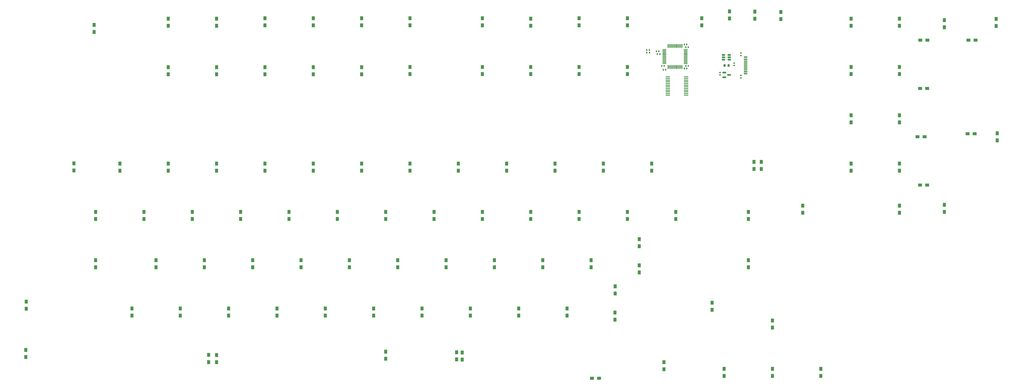
<source format=gbp>
G04 #@! TF.GenerationSoftware,KiCad,Pcbnew,9.0.0*
G04 #@! TF.CreationDate,2025-04-22T01:26:23+02:00*
G04 #@! TF.ProjectId,takt11800,74616b74-3131-4383-9030-2e6b69636164,1.0.0*
G04 #@! TF.SameCoordinates,Original*
G04 #@! TF.FileFunction,Paste,Bot*
G04 #@! TF.FilePolarity,Positive*
%FSLAX46Y46*%
G04 Gerber Fmt 4.6, Leading zero omitted, Abs format (unit mm)*
G04 Created by KiCad (PCBNEW 9.0.0) date 2025-04-22 01:26:23*
%MOMM*%
%LPD*%
G01*
G04 APERTURE LIST*
G04 Aperture macros list*
%AMRoundRect*
0 Rectangle with rounded corners*
0 $1 Rounding radius*
0 $2 $3 $4 $5 $6 $7 $8 $9 X,Y pos of 4 corners*
0 Add a 4 corners polygon primitive as box body*
4,1,4,$2,$3,$4,$5,$6,$7,$8,$9,$2,$3,0*
0 Add four circle primitives for the rounded corners*
1,1,$1+$1,$2,$3*
1,1,$1+$1,$4,$5*
1,1,$1+$1,$6,$7*
1,1,$1+$1,$8,$9*
0 Add four rect primitives between the rounded corners*
20,1,$1+$1,$2,$3,$4,$5,0*
20,1,$1+$1,$4,$5,$6,$7,0*
20,1,$1+$1,$6,$7,$8,$9,0*
20,1,$1+$1,$8,$9,$2,$3,0*%
G04 Aperture macros list end*
%ADD10R,1.200000X1.600000*%
%ADD11R,1.600000X1.200000*%
%ADD12RoundRect,0.135000X-0.185000X0.135000X-0.185000X-0.135000X0.185000X-0.135000X0.185000X0.135000X0*%
%ADD13RoundRect,0.140000X-0.140000X-0.170000X0.140000X-0.170000X0.140000X0.170000X-0.140000X0.170000X0*%
%ADD14RoundRect,0.140000X-0.170000X0.140000X-0.170000X-0.140000X0.170000X-0.140000X0.170000X0.140000X0*%
%ADD15RoundRect,0.135000X0.185000X-0.135000X0.185000X0.135000X-0.185000X0.135000X-0.185000X-0.135000X0*%
%ADD16RoundRect,0.150000X0.512500X0.150000X-0.512500X0.150000X-0.512500X-0.150000X0.512500X-0.150000X0*%
%ADD17RoundRect,0.075000X0.662500X0.075000X-0.662500X0.075000X-0.662500X-0.075000X0.662500X-0.075000X0*%
%ADD18RoundRect,0.075000X0.075000X0.662500X-0.075000X0.662500X-0.075000X-0.662500X0.075000X-0.662500X0*%
%ADD19R,1.450000X0.600000*%
%ADD20R,1.450000X0.300000*%
%ADD21RoundRect,0.140000X0.140000X0.170000X-0.140000X0.170000X-0.140000X-0.170000X0.140000X-0.170000X0*%
%ADD22RoundRect,0.150000X0.587500X0.150000X-0.587500X0.150000X-0.587500X-0.150000X0.587500X-0.150000X0*%
%ADD23RoundRect,0.135000X-0.135000X-0.185000X0.135000X-0.185000X0.135000X0.185000X-0.135000X0.185000X0*%
%ADD24R,1.750000X0.450000*%
%ADD25RoundRect,0.218750X0.218750X0.256250X-0.218750X0.256250X-0.218750X-0.256250X0.218750X-0.256250X0*%
%ADD26RoundRect,0.140000X0.170000X-0.140000X0.170000X0.140000X-0.170000X0.140000X-0.170000X-0.140000X0*%
G04 APERTURE END LIST*
D10*
X47050000Y-85320000D03*
X47050000Y-82520000D03*
X76197500Y-82832500D03*
X76197500Y-80032500D03*
X95247500Y-82832500D03*
X95247500Y-80032500D03*
X114297500Y-82713750D03*
X114297500Y-79913750D03*
X133347500Y-82713750D03*
X133347500Y-79913750D03*
X152397500Y-82713750D03*
X152397500Y-79913750D03*
X171447500Y-82713750D03*
X171447500Y-79913750D03*
X76197500Y-102001250D03*
X76197500Y-99201250D03*
X95247500Y-102001250D03*
X95247500Y-99201250D03*
X114297500Y-102001250D03*
X114297500Y-99201250D03*
X133347500Y-102001250D03*
X133347500Y-99201250D03*
X152397500Y-102001250D03*
X152397500Y-99201250D03*
X171447500Y-101882500D03*
X171447500Y-99082500D03*
X57147500Y-139982500D03*
X57147500Y-137182500D03*
X114297500Y-139982500D03*
X114297500Y-137182500D03*
X133347500Y-139982500D03*
X133347500Y-137182500D03*
X152397500Y-139982500D03*
X152397500Y-137182500D03*
X171447500Y-139982500D03*
X171447500Y-137182500D03*
X190497500Y-139982500D03*
X190497500Y-137182500D03*
X209547500Y-139982500D03*
X209547500Y-137182500D03*
X228597500Y-139982500D03*
X228597500Y-137182500D03*
X247647500Y-139982500D03*
X247647500Y-137182500D03*
X47622500Y-159032500D03*
X47622500Y-156232500D03*
X66672500Y-159032500D03*
X66672500Y-156232500D03*
X85722500Y-159032500D03*
X85722500Y-156232500D03*
X104772500Y-159032500D03*
X104772500Y-156232500D03*
X123822500Y-159032500D03*
X123822500Y-156232500D03*
X142872500Y-159032500D03*
X142872500Y-156232500D03*
X161922500Y-159032500D03*
X161922500Y-156232500D03*
X180972500Y-159032500D03*
X180972500Y-156232500D03*
X200022500Y-159032500D03*
X200022500Y-156232500D03*
X219072500Y-159032500D03*
X219072500Y-156232500D03*
X238122500Y-159032500D03*
X238122500Y-156232500D03*
X257172500Y-159032500D03*
X257172500Y-156232500D03*
X276222500Y-159032500D03*
X276222500Y-156232500D03*
X304797500Y-159032500D03*
X304797500Y-156232500D03*
X47622500Y-178082500D03*
X47622500Y-175282500D03*
X71435000Y-178082500D03*
X71435000Y-175282500D03*
X90485000Y-178082500D03*
X90485000Y-175282500D03*
X109535000Y-178082500D03*
X109535000Y-175282500D03*
X128585000Y-178082500D03*
X128585000Y-175282500D03*
X147635000Y-178082500D03*
X147635000Y-175282500D03*
X166685000Y-178082500D03*
X166685000Y-175282500D03*
X185735000Y-178082500D03*
X185735000Y-175282500D03*
X204785000Y-178082500D03*
X204785000Y-175282500D03*
X223835000Y-178082500D03*
X223835000Y-175282500D03*
X242885000Y-178082500D03*
X242885000Y-175282500D03*
X261833400Y-180155600D03*
X261833400Y-177355600D03*
X290510000Y-194870000D03*
X290510000Y-192070000D03*
X20300000Y-194440000D03*
X20300000Y-191640000D03*
X61910000Y-197132500D03*
X61910000Y-194332500D03*
X80960000Y-197132500D03*
X80960000Y-194332500D03*
X100010000Y-197132500D03*
X100010000Y-194332500D03*
X119060000Y-197132500D03*
X119060000Y-194332500D03*
X138110000Y-197132500D03*
X138110000Y-194332500D03*
X157160000Y-197132500D03*
X157160000Y-194332500D03*
X176210000Y-197132500D03*
X176210000Y-194332500D03*
X195260000Y-197132500D03*
X195260000Y-194332500D03*
X233360000Y-197132500D03*
X233360000Y-194332500D03*
X252333800Y-188421400D03*
X252333800Y-185621400D03*
X266697500Y-139982500D03*
X266697500Y-137182500D03*
X309880000Y-139350000D03*
X309880000Y-136550000D03*
X252232200Y-198781600D03*
X252232200Y-195981600D03*
X39090000Y-139970000D03*
X39090000Y-137170000D03*
X345278750Y-82832500D03*
X345278750Y-80032500D03*
X364328750Y-82832500D03*
X364328750Y-80032500D03*
X382040000Y-83460000D03*
X382040000Y-80660000D03*
X402428750Y-82951250D03*
X402428750Y-80151250D03*
D11*
X391503750Y-88576250D03*
X394303750Y-88576250D03*
X391156400Y-125488800D03*
X393956400Y-125488800D03*
D10*
X345278750Y-120932500D03*
X345278750Y-118132500D03*
X364328750Y-120932500D03*
X364328750Y-118132500D03*
X402828800Y-128082600D03*
X402828800Y-125282600D03*
X345278750Y-139982500D03*
X345278750Y-137182500D03*
X364328750Y-139982500D03*
X364328750Y-137182500D03*
D11*
X371472500Y-126676250D03*
X374272500Y-126676250D03*
D10*
X326228750Y-156651250D03*
X326228750Y-153851250D03*
D11*
X372453750Y-145726250D03*
X375253750Y-145726250D03*
D10*
X364328750Y-156651250D03*
X364328750Y-153851250D03*
X345278750Y-101882500D03*
X345278750Y-99082500D03*
X364328750Y-101882500D03*
X364328750Y-99082500D03*
D11*
X372572500Y-88576250D03*
X375372500Y-88576250D03*
D10*
X76197500Y-139982500D03*
X76197500Y-137182500D03*
X95247500Y-139982500D03*
X95247500Y-137182500D03*
X307000000Y-139340000D03*
X307000000Y-136540000D03*
X261833400Y-169789400D03*
X261833400Y-166989400D03*
X314322500Y-201895000D03*
X314322500Y-199095000D03*
X333372500Y-220945000D03*
X333372500Y-218145000D03*
X314322500Y-220945000D03*
X314322500Y-218145000D03*
X295272500Y-220945000D03*
X295272500Y-218145000D03*
X382040000Y-156270000D03*
X382040000Y-153470000D03*
X192010000Y-214510000D03*
X192010000Y-211710000D03*
X161925000Y-214193750D03*
X161925000Y-211393750D03*
X20130000Y-213520000D03*
X20130000Y-210720000D03*
X271510000Y-218350000D03*
X271510000Y-215550000D03*
X200022500Y-82713750D03*
X200022500Y-79913750D03*
X219072500Y-82832500D03*
X219072500Y-80032500D03*
X238122500Y-82713750D03*
X238122500Y-79913750D03*
X257172500Y-82713750D03*
X257172500Y-79913750D03*
X286447500Y-82713750D03*
X286447500Y-79913750D03*
X200022500Y-101882500D03*
X200022500Y-99082500D03*
X219072500Y-101882500D03*
X219072500Y-99082500D03*
X238122500Y-101882500D03*
X238122500Y-99082500D03*
X257172500Y-101882500D03*
X257172500Y-99082500D03*
X304797500Y-178082500D03*
X304797500Y-175282500D03*
D11*
X372453750Y-107626250D03*
X375253750Y-107626250D03*
X243180000Y-221870000D03*
X245980000Y-221870000D03*
D10*
X95290000Y-215510000D03*
X95290000Y-212710000D03*
X214310000Y-197132500D03*
X214310000Y-194332500D03*
X92150000Y-215500000D03*
X92150000Y-212700000D03*
X317610000Y-80210000D03*
X317610000Y-77410000D03*
X189880000Y-214450000D03*
X189880000Y-211650000D03*
X307390000Y-80050000D03*
X307390000Y-77250000D03*
X297370000Y-79980000D03*
X297370000Y-77180000D03*
D12*
X301900000Y-103420000D03*
X301900000Y-102400000D03*
D13*
X272220000Y-100250000D03*
X271260000Y-100250000D03*
D14*
X299220000Y-98570000D03*
X299220000Y-97610000D03*
D15*
X301880000Y-93620000D03*
X301880000Y-94640000D03*
D16*
X294990000Y-96270000D03*
X294990000Y-95320000D03*
X294990000Y-94370000D03*
X297265000Y-94370000D03*
X297265000Y-95320000D03*
X297265000Y-96270000D03*
D17*
X271757500Y-97747500D03*
X271757500Y-97247500D03*
X271757500Y-96747500D03*
X271757500Y-96247500D03*
X271757500Y-95747500D03*
X271757500Y-95247500D03*
X271757500Y-94747500D03*
X271757500Y-94247500D03*
X271757500Y-93747500D03*
X271757500Y-93247500D03*
X271757500Y-92747500D03*
X271757500Y-92247500D03*
D18*
X273170000Y-90835000D03*
X273670000Y-90835000D03*
X274170000Y-90835000D03*
X274670000Y-90835000D03*
X275170000Y-90835000D03*
X275670000Y-90835000D03*
X276170000Y-90835000D03*
X276670000Y-90835000D03*
X277170000Y-90835000D03*
X277670000Y-90835000D03*
X278170000Y-90835000D03*
X278670000Y-90835000D03*
D17*
X280082500Y-92247500D03*
X280082500Y-92747500D03*
X280082500Y-93247500D03*
X280082500Y-93747500D03*
X280082500Y-94247500D03*
X280082500Y-94747500D03*
X280082500Y-95247500D03*
X280082500Y-95747500D03*
X280082500Y-96247500D03*
X280082500Y-96747500D03*
X280082500Y-97247500D03*
X280082500Y-97747500D03*
D18*
X278670000Y-99160000D03*
X278170000Y-99160000D03*
X277670000Y-99160000D03*
X277170000Y-99160000D03*
X276670000Y-99160000D03*
X276170000Y-99160000D03*
X275670000Y-99160000D03*
X275170000Y-99160000D03*
X274670000Y-99160000D03*
X274170000Y-99160000D03*
X273670000Y-99160000D03*
X273170000Y-99160000D03*
D13*
X280543500Y-99714500D03*
X279583500Y-99714500D03*
X271653500Y-98694500D03*
X270693500Y-98694500D03*
D19*
X303755000Y-95270000D03*
X303755000Y-96070000D03*
D20*
X303755000Y-97270000D03*
X303755000Y-98270000D03*
X303755000Y-98770000D03*
X303755000Y-99770000D03*
D19*
X303755000Y-100970000D03*
X303755000Y-101770000D03*
X303755000Y-101770000D03*
X303755000Y-100970000D03*
D20*
X303755000Y-100270000D03*
X303755000Y-99270000D03*
X303755000Y-97770000D03*
X303755000Y-96770000D03*
D19*
X303755000Y-96070000D03*
X303755000Y-95270000D03*
D21*
X268600000Y-92970000D03*
X269560000Y-92970000D03*
D13*
X281150000Y-91300000D03*
X280190000Y-91300000D03*
D22*
X295372500Y-103190000D03*
X295372500Y-101290000D03*
X297247500Y-102240000D03*
D23*
X265830000Y-92430000D03*
X264810000Y-92430000D03*
D24*
X273110000Y-110180000D03*
X273110000Y-109530000D03*
X273110000Y-108880000D03*
X273110000Y-108230000D03*
X273110000Y-107580000D03*
X273110000Y-106930000D03*
X273110000Y-106280000D03*
X273110000Y-105630000D03*
X273110000Y-104980000D03*
X273110000Y-104330000D03*
X273110000Y-103680000D03*
X273110000Y-103030000D03*
X280310000Y-103030000D03*
X280310000Y-103680000D03*
X280310000Y-104330000D03*
X280310000Y-104980000D03*
X280310000Y-105630000D03*
X280310000Y-106280000D03*
X280310000Y-106930000D03*
X280310000Y-107580000D03*
X280310000Y-108230000D03*
X280310000Y-108880000D03*
X280310000Y-109530000D03*
X280310000Y-110180000D03*
D13*
X281143500Y-98694500D03*
X280183500Y-98694500D03*
D25*
X295452500Y-98560000D03*
X297027500Y-98560000D03*
D21*
X268950000Y-94030000D03*
X269910000Y-94030000D03*
D13*
X280560000Y-90270000D03*
X279600000Y-90270000D03*
D26*
X293620000Y-101290000D03*
X293620000Y-102250000D03*
D23*
X265840000Y-93490000D03*
X264820000Y-93490000D03*
M02*

</source>
